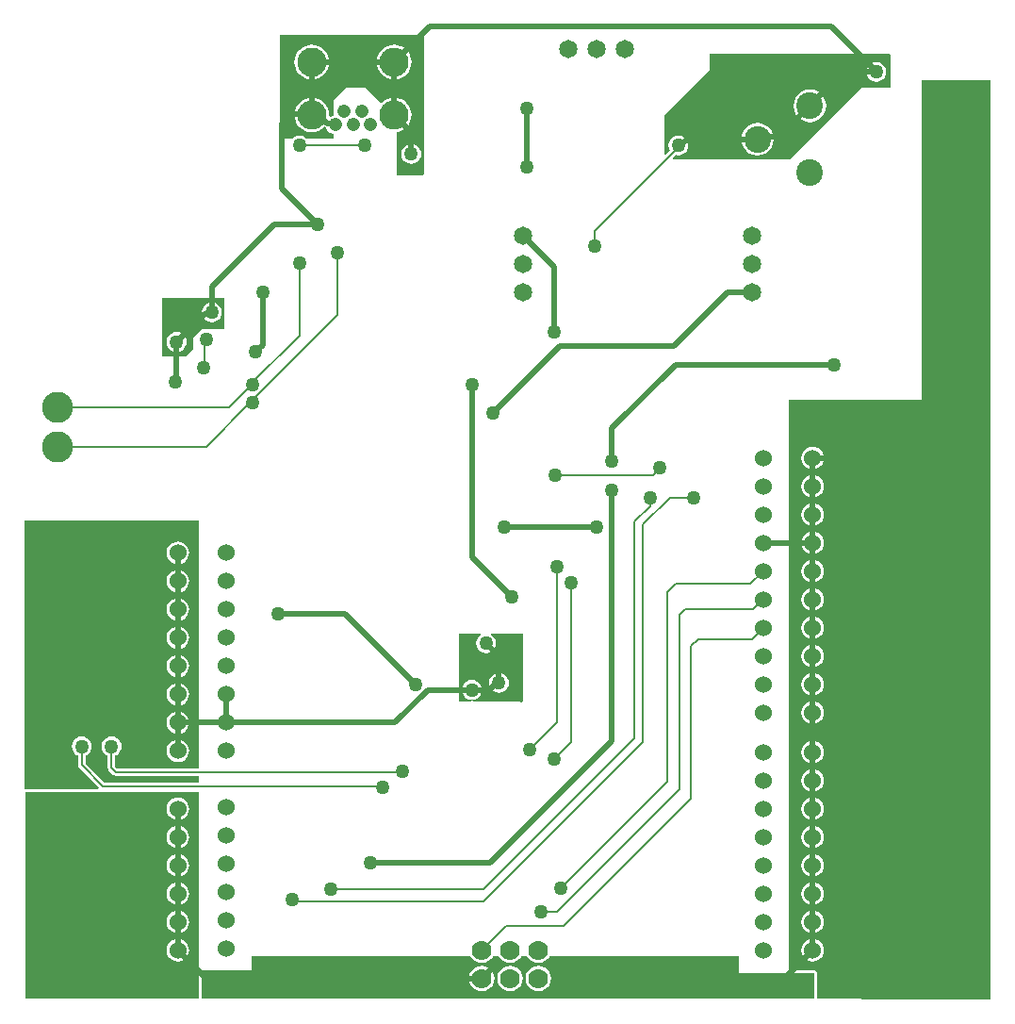
<source format=gbl>
G04*
G04 #@! TF.GenerationSoftware,Altium Limited,Altium Designer,19.1.7 (138)*
G04*
G04 Layer_Physical_Order=2*
G04 Layer_Color=16711680*
%FSLAX25Y25*%
%MOIN*%
G70*
G01*
G75*
%ADD11C,0.00600*%
%ADD17C,0.00000*%
%ADD53C,0.02000*%
%ADD54C,0.06000*%
%ADD55C,0.06496*%
%ADD56C,0.07000*%
%ADD57C,0.11000*%
%ADD58C,0.09449*%
%ADD59C,0.10299*%
%ADD60O,0.10299X0.10299*%
%ADD61C,0.04756*%
%ADD62C,0.05000*%
G36*
X308500Y336000D02*
Y324500D01*
X298500D01*
X273000Y299000D01*
X231778D01*
X231587Y299462D01*
X232700Y300575D01*
X233500Y300470D01*
X234414Y300590D01*
X235265Y300943D01*
X235996Y301504D01*
X236557Y302235D01*
X236910Y303086D01*
X237030Y304000D01*
X236910Y304914D01*
X236557Y305765D01*
X235996Y306496D01*
X235265Y307057D01*
X234414Y307410D01*
X233500Y307530D01*
X232586Y307410D01*
X231735Y307057D01*
X231004Y306496D01*
X230443Y305765D01*
X230090Y304914D01*
X229970Y304000D01*
X230090Y303086D01*
X230443Y302235D01*
X230516Y302140D01*
X228962Y300586D01*
X228500Y300778D01*
Y314666D01*
X229000Y315000D01*
Y315000D01*
X244500Y330500D01*
Y336500D01*
X308000D01*
X308500Y336000D01*
D02*
G37*
G36*
X143500Y294000D02*
X143538Y293962D01*
X143347Y293500D01*
X134000D01*
Y308718D01*
X134205Y308739D01*
X135365Y309090D01*
X136433Y309661D01*
X137370Y310430D01*
X138138Y311366D01*
X138709Y312435D01*
X139061Y313594D01*
X139179Y314799D01*
X139061Y316005D01*
X138709Y317164D01*
X138138Y318232D01*
X137370Y319169D01*
X136433Y319937D01*
X135365Y320508D01*
X134205Y320860D01*
X133000Y320979D01*
X131795Y320860D01*
X130635Y320508D01*
X129567Y319937D01*
X128630Y319169D01*
X128345Y319155D01*
X123000Y324500D01*
X116000D01*
X111500Y320000D01*
Y314580D01*
X111252Y314547D01*
X110492Y314232D01*
X110014Y314438D01*
X110010Y314440D01*
X110046Y314799D01*
X109927Y316005D01*
X109575Y317164D01*
X109004Y318232D01*
X108236Y319169D01*
X107299Y319937D01*
X106231Y320508D01*
X105072Y320860D01*
X103866Y320979D01*
X102661Y320860D01*
X101501Y320508D01*
X100433Y319937D01*
X99497Y319169D01*
X98728Y318232D01*
X98157Y317164D01*
X97806Y316005D01*
X97687Y314799D01*
X97806Y313594D01*
X98157Y312435D01*
X98728Y311366D01*
X99497Y310430D01*
X100433Y309661D01*
X101501Y309090D01*
X102661Y308739D01*
X103866Y308620D01*
X105072Y308739D01*
X106231Y309090D01*
X107299Y309661D01*
X108236Y310430D01*
X108354Y310574D01*
X108835Y310437D01*
X108843Y310374D01*
X109183Y309552D01*
X109725Y308847D01*
X110430Y308305D01*
X111252Y307965D01*
X111500Y307932D01*
Y306500D01*
X101991D01*
X101265Y307057D01*
X100414Y307410D01*
X99500Y307530D01*
X98586Y307410D01*
X97735Y307057D01*
X97009Y306500D01*
X93000D01*
X92500Y307000D01*
Y343000D01*
X143500D01*
Y294000D01*
D02*
G37*
G36*
X73000Y239000D02*
X66729D01*
X66500Y239030D01*
X66271Y239000D01*
X65000D01*
X62000Y236000D01*
Y232000D01*
X59500Y229500D01*
X51000D01*
Y250000D01*
X73000D01*
Y239000D01*
D02*
G37*
G36*
X178500Y107500D02*
X178000Y107000D01*
X177500Y107500D01*
X161177D01*
X160750Y107677D01*
X160729Y108000D01*
X160757Y108004D01*
X161414Y108090D01*
X162265Y108443D01*
X162996Y109004D01*
X163557Y109735D01*
X163910Y110586D01*
X164030Y111500D01*
X163910Y112414D01*
X163557Y113265D01*
X162996Y113996D01*
X162265Y114557D01*
X161414Y114910D01*
X160500Y115030D01*
X159586Y114910D01*
X158735Y114557D01*
X158004Y113996D01*
X157443Y113265D01*
X157090Y112414D01*
X156970Y111500D01*
X157090Y110586D01*
X157443Y109735D01*
X158004Y109004D01*
X158735Y108443D01*
X159586Y108090D01*
X160243Y108004D01*
X160271Y108000D01*
X160249Y107677D01*
X159823Y107500D01*
X156000D01*
Y131500D01*
X163524D01*
X163628Y131283D01*
X163660Y131000D01*
X163004Y130496D01*
X162443Y129765D01*
X162090Y128914D01*
X161970Y128000D01*
X162090Y127086D01*
X162443Y126235D01*
X163004Y125504D01*
X163735Y124943D01*
X164586Y124590D01*
X165500Y124470D01*
X166414Y124590D01*
X167265Y124943D01*
X167996Y125504D01*
X168557Y126235D01*
X168910Y127086D01*
X169030Y128000D01*
X168910Y128914D01*
X168557Y129765D01*
X167996Y130496D01*
X167340Y131000D01*
X167372Y131283D01*
X167476Y131500D01*
X178500D01*
Y107500D01*
D02*
G37*
G36*
X64000Y83825D02*
X35049D01*
X34326Y84549D01*
Y88261D01*
X34765Y88443D01*
X35496Y89004D01*
X36057Y89735D01*
X36410Y90586D01*
X36530Y91500D01*
X36410Y92414D01*
X36057Y93265D01*
X35496Y93996D01*
X34765Y94557D01*
X33914Y94910D01*
X33000Y95030D01*
X32086Y94910D01*
X31235Y94557D01*
X30504Y93996D01*
X29943Y93265D01*
X29590Y92414D01*
X29470Y91500D01*
X29590Y90586D01*
X29943Y89735D01*
X30504Y89004D01*
X31235Y88443D01*
X31675Y88261D01*
Y84000D01*
X31775Y83493D01*
X32063Y83063D01*
X33563Y81563D01*
X33993Y81275D01*
X34500Y81174D01*
X64000D01*
Y78825D01*
X30549D01*
X23825Y85549D01*
Y88261D01*
X24265Y88443D01*
X24996Y89004D01*
X25557Y89735D01*
X25910Y90586D01*
X26030Y91500D01*
X25910Y92414D01*
X25557Y93265D01*
X24996Y93996D01*
X24265Y94557D01*
X23414Y94910D01*
X22500Y95030D01*
X21586Y94910D01*
X20735Y94557D01*
X20004Y93996D01*
X19443Y93265D01*
X19090Y92414D01*
X18970Y91500D01*
X19090Y90586D01*
X19443Y89735D01*
X20004Y89004D01*
X20735Y88443D01*
X21174Y88261D01*
Y85000D01*
X21275Y84493D01*
X21563Y84063D01*
X28612Y77014D01*
X28405Y76514D01*
X2500D01*
X2123Y76823D01*
Y171500D01*
X64000D01*
Y83825D01*
D02*
G37*
G36*
X255000Y11500D02*
X281042D01*
X281500Y11400D01*
Y2500D01*
X65356Y2494D01*
X65002Y2848D01*
Y12500D01*
X82500D01*
Y17500D01*
X159958D01*
X160069Y17231D01*
X160791Y16291D01*
X161731Y15569D01*
X162825Y15116D01*
X164000Y14961D01*
X165175Y15116D01*
X166269Y15569D01*
X167209Y16291D01*
X167931Y17231D01*
X168042Y17500D01*
X169958D01*
X170069Y17231D01*
X170791Y16291D01*
X171731Y15569D01*
X172825Y15116D01*
X174000Y14961D01*
X175175Y15116D01*
X176269Y15569D01*
X177209Y16291D01*
X177931Y17231D01*
X178042Y17500D01*
X179958D01*
X180069Y17231D01*
X180791Y16291D01*
X181731Y15569D01*
X182825Y15116D01*
X184000Y14961D01*
X185175Y15116D01*
X186269Y15569D01*
X187209Y16291D01*
X187931Y17231D01*
X188042Y17500D01*
X255000D01*
Y11500D01*
D02*
G37*
G36*
X63983Y12500D02*
Y2848D01*
Y2494D01*
X2500D01*
Y75494D01*
X63983D01*
Y12500D01*
D02*
G37*
G36*
X344000Y204000D02*
Y2029D01*
X298471D01*
X298000Y2500D01*
X282520D01*
Y11500D01*
X282442Y11890D01*
X282221Y12221D01*
X281890Y12442D01*
X281500Y12520D01*
X272500D01*
Y214000D01*
X319500D01*
Y327000D01*
X344000D01*
Y204000D01*
D02*
G37*
%LPC*%
G36*
X303500Y333530D02*
X302586Y333410D01*
X301735Y333057D01*
X301004Y332496D01*
X300443Y331765D01*
X300090Y330914D01*
X299970Y330000D01*
X300090Y329086D01*
X300443Y328235D01*
X301004Y327504D01*
X301735Y326943D01*
X302586Y326590D01*
X303500Y326470D01*
X304414Y326590D01*
X305265Y326943D01*
X305996Y327504D01*
X306557Y328235D01*
X306910Y329086D01*
X307030Y330000D01*
X306910Y330914D01*
X306557Y331765D01*
X305996Y332496D01*
X305265Y333057D01*
X304414Y333410D01*
X303500Y333530D01*
D02*
G37*
G36*
X280000Y323774D02*
X278506Y323577D01*
X277113Y323000D01*
X275917Y322083D01*
X275000Y320887D01*
X274423Y319494D01*
X274226Y318000D01*
X274423Y316506D01*
X275000Y315113D01*
X275917Y313917D01*
X277113Y313000D01*
X278506Y312423D01*
X280000Y312226D01*
X281494Y312423D01*
X282887Y313000D01*
X284083Y313917D01*
X285000Y315113D01*
X285577Y316506D01*
X285774Y318000D01*
X285577Y319494D01*
X285000Y320887D01*
X284083Y322083D01*
X282887Y323000D01*
X281494Y323577D01*
X280000Y323774D01*
D02*
G37*
G36*
X261496Y311994D02*
X260002Y311797D01*
X258609Y311221D01*
X257413Y310303D01*
X256496Y309107D01*
X255919Y307715D01*
X255722Y306221D01*
X255919Y304726D01*
X256496Y303334D01*
X257413Y302138D01*
X258609Y301220D01*
X260002Y300643D01*
X261496Y300447D01*
X262990Y300643D01*
X264383Y301220D01*
X265579Y302138D01*
X266496Y303334D01*
X267073Y304726D01*
X267270Y306221D01*
X267073Y307715D01*
X266496Y309107D01*
X265579Y310303D01*
X264383Y311221D01*
X262990Y311797D01*
X261496Y311994D01*
D02*
G37*
G36*
X133000Y339679D02*
X131795Y339561D01*
X130635Y339209D01*
X129567Y338638D01*
X128630Y337870D01*
X127862Y336933D01*
X127291Y335865D01*
X126939Y334705D01*
X126821Y333500D01*
X126939Y332295D01*
X127291Y331135D01*
X127862Y330067D01*
X128630Y329131D01*
X129567Y328362D01*
X130635Y327791D01*
X131795Y327439D01*
X133000Y327321D01*
X134205Y327439D01*
X135365Y327791D01*
X136433Y328362D01*
X137370Y329131D01*
X138138Y330067D01*
X138709Y331135D01*
X139061Y332295D01*
X139179Y333500D01*
X139061Y334705D01*
X138709Y335865D01*
X138138Y336933D01*
X137370Y337870D01*
X136433Y338638D01*
X135365Y339209D01*
X134205Y339561D01*
X133000Y339679D01*
D02*
G37*
G36*
X103866D02*
X102661Y339561D01*
X101501Y339209D01*
X100433Y338638D01*
X99497Y337870D01*
X98728Y336933D01*
X98157Y335865D01*
X97806Y334705D01*
X97687Y333500D01*
X97806Y332295D01*
X98157Y331135D01*
X98728Y330067D01*
X99497Y329131D01*
X100433Y328362D01*
X101501Y327791D01*
X102661Y327439D01*
X103866Y327321D01*
X105072Y327439D01*
X106231Y327791D01*
X107299Y328362D01*
X108236Y329131D01*
X109004Y330067D01*
X109575Y331135D01*
X109927Y332295D01*
X110046Y333500D01*
X109927Y334705D01*
X109575Y335865D01*
X109004Y336933D01*
X108236Y337870D01*
X107299Y338638D01*
X106231Y339209D01*
X105072Y339561D01*
X103866Y339679D01*
D02*
G37*
G36*
X139000Y304530D02*
X138086Y304410D01*
X137235Y304057D01*
X136504Y303496D01*
X135943Y302765D01*
X135590Y301914D01*
X135470Y301000D01*
X135590Y300086D01*
X135943Y299235D01*
X136504Y298504D01*
X137235Y297943D01*
X138086Y297590D01*
X139000Y297470D01*
X139914Y297590D01*
X140765Y297943D01*
X141496Y298504D01*
X142057Y299235D01*
X142410Y300086D01*
X142530Y301000D01*
X142410Y301914D01*
X142057Y302765D01*
X141496Y303496D01*
X140765Y304057D01*
X139914Y304410D01*
X139000Y304530D01*
D02*
G37*
G36*
X68500Y248530D02*
X67586Y248410D01*
X66735Y248057D01*
X66004Y247496D01*
X65443Y246765D01*
X65090Y245914D01*
X64970Y245000D01*
X65090Y244086D01*
X65443Y243235D01*
X66004Y242504D01*
X66735Y241943D01*
X67586Y241590D01*
X68500Y241470D01*
X69414Y241590D01*
X70265Y241943D01*
X70996Y242504D01*
X71557Y243235D01*
X71910Y244086D01*
X72030Y245000D01*
X71910Y245914D01*
X71557Y246765D01*
X70996Y247496D01*
X70265Y248057D01*
X69414Y248410D01*
X68500Y248530D01*
D02*
G37*
G36*
X56000Y238030D02*
X55086Y237910D01*
X54235Y237557D01*
X53504Y236996D01*
X52943Y236265D01*
X52590Y235414D01*
X52470Y234500D01*
X52590Y233586D01*
X52943Y232735D01*
X53504Y232004D01*
X54235Y231443D01*
X55086Y231090D01*
X56000Y230970D01*
X56914Y231090D01*
X57765Y231443D01*
X58496Y232004D01*
X59057Y232735D01*
X59410Y233586D01*
X59530Y234500D01*
X59410Y235414D01*
X59057Y236265D01*
X58496Y236996D01*
X57765Y237557D01*
X56914Y237910D01*
X56000Y238030D01*
D02*
G37*
G36*
X170000Y117530D02*
X169086Y117410D01*
X168235Y117057D01*
X167504Y116496D01*
X166943Y115765D01*
X166590Y114914D01*
X166470Y114000D01*
X166590Y113086D01*
X166943Y112235D01*
X167504Y111504D01*
X168235Y110943D01*
X169086Y110590D01*
X170000Y110470D01*
X170914Y110590D01*
X171765Y110943D01*
X172496Y111504D01*
X173057Y112235D01*
X173410Y113086D01*
X173530Y114000D01*
X173410Y114914D01*
X173057Y115765D01*
X172496Y116496D01*
X171765Y117057D01*
X170914Y117410D01*
X170000Y117530D01*
D02*
G37*
G36*
X56500Y164034D02*
X55456Y163897D01*
X54483Y163494D01*
X53647Y162853D01*
X53006Y162017D01*
X52603Y161044D01*
X52465Y160000D01*
X52603Y158956D01*
X53006Y157983D01*
X53647Y157147D01*
X54483Y156506D01*
X55456Y156103D01*
X56500Y155965D01*
X57544Y156103D01*
X58517Y156506D01*
X59353Y157147D01*
X59994Y157983D01*
X60397Y158956D01*
X60535Y160000D01*
X60397Y161044D01*
X59994Y162017D01*
X59353Y162853D01*
X58517Y163494D01*
X57544Y163897D01*
X56500Y164034D01*
D02*
G37*
G36*
Y154034D02*
X55456Y153897D01*
X54483Y153494D01*
X53647Y152853D01*
X53006Y152017D01*
X52603Y151044D01*
X52465Y150000D01*
X52603Y148956D01*
X53006Y147983D01*
X53647Y147147D01*
X54483Y146506D01*
X55456Y146103D01*
X56500Y145966D01*
X57544Y146103D01*
X58517Y146506D01*
X59353Y147147D01*
X59994Y147983D01*
X60397Y148956D01*
X60535Y150000D01*
X60397Y151044D01*
X59994Y152017D01*
X59353Y152853D01*
X58517Y153494D01*
X57544Y153897D01*
X56500Y154034D01*
D02*
G37*
G36*
Y144035D02*
X55456Y143897D01*
X54483Y143494D01*
X53647Y142853D01*
X53006Y142017D01*
X52603Y141044D01*
X52465Y140000D01*
X52603Y138956D01*
X53006Y137983D01*
X53647Y137147D01*
X54483Y136506D01*
X55456Y136103D01*
X56500Y135966D01*
X57544Y136103D01*
X58517Y136506D01*
X59353Y137147D01*
X59994Y137983D01*
X60397Y138956D01*
X60535Y140000D01*
X60397Y141044D01*
X59994Y142017D01*
X59353Y142853D01*
X58517Y143494D01*
X57544Y143897D01*
X56500Y144035D01*
D02*
G37*
G36*
Y134035D02*
X55456Y133897D01*
X54483Y133494D01*
X53647Y132853D01*
X53006Y132017D01*
X52603Y131044D01*
X52465Y130000D01*
X52603Y128956D01*
X53006Y127983D01*
X53647Y127147D01*
X54483Y126506D01*
X55456Y126103D01*
X56500Y125965D01*
X57544Y126103D01*
X58517Y126506D01*
X59353Y127147D01*
X59994Y127983D01*
X60397Y128956D01*
X60535Y130000D01*
X60397Y131044D01*
X59994Y132017D01*
X59353Y132853D01*
X58517Y133494D01*
X57544Y133897D01*
X56500Y134035D01*
D02*
G37*
G36*
Y124035D02*
X55456Y123897D01*
X54483Y123494D01*
X53647Y122853D01*
X53006Y122017D01*
X52603Y121044D01*
X52465Y120000D01*
X52603Y118956D01*
X53006Y117983D01*
X53647Y117147D01*
X54483Y116506D01*
X55456Y116103D01*
X56500Y115965D01*
X57544Y116103D01*
X58517Y116506D01*
X59353Y117147D01*
X59994Y117983D01*
X60397Y118956D01*
X60535Y120000D01*
X60397Y121044D01*
X59994Y122017D01*
X59353Y122853D01*
X58517Y123494D01*
X57544Y123897D01*
X56500Y124035D01*
D02*
G37*
G36*
Y114034D02*
X55456Y113897D01*
X54483Y113494D01*
X53647Y112853D01*
X53006Y112017D01*
X52603Y111044D01*
X52465Y110000D01*
X52603Y108956D01*
X53006Y107983D01*
X53647Y107147D01*
X54483Y106506D01*
X55456Y106103D01*
X56500Y105965D01*
X57544Y106103D01*
X58517Y106506D01*
X59353Y107147D01*
X59994Y107983D01*
X60397Y108956D01*
X60535Y110000D01*
X60397Y111044D01*
X59994Y112017D01*
X59353Y112853D01*
X58517Y113494D01*
X57544Y113897D01*
X56500Y114034D01*
D02*
G37*
G36*
Y104034D02*
X55456Y103897D01*
X54483Y103494D01*
X53647Y102853D01*
X53006Y102017D01*
X52603Y101044D01*
X52465Y100000D01*
X52603Y98956D01*
X53006Y97983D01*
X53647Y97147D01*
X54483Y96506D01*
X55456Y96103D01*
X56500Y95965D01*
X57544Y96103D01*
X58517Y96506D01*
X59353Y97147D01*
X59994Y97983D01*
X60397Y98956D01*
X60535Y100000D01*
X60397Y101044D01*
X59994Y102017D01*
X59353Y102853D01*
X58517Y103494D01*
X57544Y103897D01*
X56500Y104034D01*
D02*
G37*
G36*
Y94034D02*
X55456Y93897D01*
X54483Y93494D01*
X53647Y92853D01*
X53006Y92017D01*
X52603Y91044D01*
X52465Y90000D01*
X52603Y88956D01*
X53006Y87983D01*
X53647Y87147D01*
X54483Y86506D01*
X55456Y86103D01*
X56500Y85966D01*
X57544Y86103D01*
X58517Y86506D01*
X59353Y87147D01*
X59994Y87983D01*
X60397Y88956D01*
X60535Y90000D01*
X60397Y91044D01*
X59994Y92017D01*
X59353Y92853D01*
X58517Y93494D01*
X57544Y93897D01*
X56500Y94034D01*
D02*
G37*
G36*
X184000Y14039D02*
X182825Y13884D01*
X181731Y13431D01*
X180791Y12709D01*
X180069Y11769D01*
X179616Y10675D01*
X179461Y9500D01*
X179616Y8325D01*
X180069Y7231D01*
X180791Y6291D01*
X181731Y5569D01*
X182825Y5116D01*
X184000Y4961D01*
X185175Y5116D01*
X186269Y5569D01*
X187209Y6291D01*
X187931Y7231D01*
X188384Y8325D01*
X188539Y9500D01*
X188384Y10675D01*
X187931Y11769D01*
X187209Y12709D01*
X186269Y13431D01*
X185175Y13884D01*
X184000Y14039D01*
D02*
G37*
G36*
X174000D02*
X172825Y13884D01*
X171731Y13431D01*
X170791Y12709D01*
X170069Y11769D01*
X169616Y10675D01*
X169461Y9500D01*
X169616Y8325D01*
X170069Y7231D01*
X170791Y6291D01*
X171731Y5569D01*
X172825Y5116D01*
X174000Y4961D01*
X175175Y5116D01*
X176269Y5569D01*
X177209Y6291D01*
X177931Y7231D01*
X178384Y8325D01*
X178539Y9500D01*
X178384Y10675D01*
X177931Y11769D01*
X177209Y12709D01*
X176269Y13431D01*
X175175Y13884D01*
X174000Y14039D01*
D02*
G37*
G36*
X164000D02*
X162825Y13884D01*
X161731Y13431D01*
X160791Y12709D01*
X160069Y11769D01*
X159616Y10675D01*
X159461Y9500D01*
X159616Y8325D01*
X160069Y7231D01*
X160791Y6291D01*
X161731Y5569D01*
X162825Y5116D01*
X164000Y4961D01*
X165175Y5116D01*
X166269Y5569D01*
X167209Y6291D01*
X167931Y7231D01*
X168384Y8325D01*
X168539Y9500D01*
X168384Y10675D01*
X167931Y11769D01*
X167209Y12709D01*
X166269Y13431D01*
X165175Y13884D01*
X164000Y14039D01*
D02*
G37*
G36*
X56500Y73535D02*
X55456Y73397D01*
X54483Y72994D01*
X53647Y72353D01*
X53006Y71517D01*
X52603Y70544D01*
X52465Y69500D01*
X52603Y68456D01*
X53006Y67483D01*
X53647Y66647D01*
X54483Y66006D01*
X55456Y65603D01*
X56500Y65465D01*
X57544Y65603D01*
X58517Y66006D01*
X59353Y66647D01*
X59994Y67483D01*
X60397Y68456D01*
X60535Y69500D01*
X60397Y70544D01*
X59994Y71517D01*
X59353Y72353D01*
X58517Y72994D01*
X57544Y73397D01*
X56500Y73535D01*
D02*
G37*
G36*
Y63534D02*
X55456Y63397D01*
X54483Y62994D01*
X53647Y62353D01*
X53006Y61517D01*
X52603Y60544D01*
X52465Y59500D01*
X52603Y58456D01*
X53006Y57483D01*
X53647Y56647D01*
X54483Y56006D01*
X55456Y55603D01*
X56500Y55466D01*
X57544Y55603D01*
X58517Y56006D01*
X59353Y56647D01*
X59994Y57483D01*
X60397Y58456D01*
X60535Y59500D01*
X60397Y60544D01*
X59994Y61517D01*
X59353Y62353D01*
X58517Y62994D01*
X57544Y63397D01*
X56500Y63534D01*
D02*
G37*
G36*
Y53535D02*
X55456Y53397D01*
X54483Y52994D01*
X53647Y52353D01*
X53006Y51517D01*
X52603Y50544D01*
X52465Y49500D01*
X52603Y48456D01*
X53006Y47483D01*
X53647Y46647D01*
X54483Y46006D01*
X55456Y45603D01*
X56500Y45465D01*
X57544Y45603D01*
X58517Y46006D01*
X59353Y46647D01*
X59994Y47483D01*
X60397Y48456D01*
X60535Y49500D01*
X60397Y50544D01*
X59994Y51517D01*
X59353Y52353D01*
X58517Y52994D01*
X57544Y53397D01*
X56500Y53535D01*
D02*
G37*
G36*
Y43534D02*
X55456Y43397D01*
X54483Y42994D01*
X53647Y42353D01*
X53006Y41517D01*
X52603Y40544D01*
X52465Y39500D01*
X52603Y38456D01*
X53006Y37483D01*
X53647Y36647D01*
X54483Y36006D01*
X55456Y35603D01*
X56500Y35465D01*
X57544Y35603D01*
X58517Y36006D01*
X59353Y36647D01*
X59994Y37483D01*
X60397Y38456D01*
X60535Y39500D01*
X60397Y40544D01*
X59994Y41517D01*
X59353Y42353D01*
X58517Y42994D01*
X57544Y43397D01*
X56500Y43534D01*
D02*
G37*
G36*
Y33535D02*
X55456Y33397D01*
X54483Y32994D01*
X53647Y32353D01*
X53006Y31517D01*
X52603Y30544D01*
X52465Y29500D01*
X52603Y28456D01*
X53006Y27483D01*
X53647Y26647D01*
X54483Y26006D01*
X55456Y25603D01*
X56500Y25466D01*
X57544Y25603D01*
X58517Y26006D01*
X59353Y26647D01*
X59994Y27483D01*
X60397Y28456D01*
X60535Y29500D01*
X60397Y30544D01*
X59994Y31517D01*
X59353Y32353D01*
X58517Y32994D01*
X57544Y33397D01*
X56500Y33535D01*
D02*
G37*
G36*
Y23535D02*
X55456Y23397D01*
X54483Y22994D01*
X53647Y22353D01*
X53006Y21517D01*
X52603Y20544D01*
X52465Y19500D01*
X52603Y18456D01*
X53006Y17483D01*
X53647Y16647D01*
X54483Y16006D01*
X55456Y15603D01*
X56500Y15465D01*
X57544Y15603D01*
X58517Y16006D01*
X59353Y16647D01*
X59994Y17483D01*
X60397Y18456D01*
X60535Y19500D01*
X60397Y20544D01*
X59994Y21517D01*
X59353Y22353D01*
X58517Y22994D01*
X57544Y23397D01*
X56500Y23535D01*
D02*
G37*
G36*
X281000Y197535D02*
X279956Y197397D01*
X278983Y196994D01*
X278147Y196353D01*
X277506Y195517D01*
X277103Y194544D01*
X276965Y193500D01*
X277103Y192456D01*
X277506Y191483D01*
X278147Y190647D01*
X278983Y190006D01*
X279956Y189603D01*
X281000Y189465D01*
X282044Y189603D01*
X283017Y190006D01*
X283853Y190647D01*
X284494Y191483D01*
X284897Y192456D01*
X285034Y193500D01*
X284897Y194544D01*
X284494Y195517D01*
X283853Y196353D01*
X283017Y196994D01*
X282044Y197397D01*
X281000Y197535D01*
D02*
G37*
G36*
Y187534D02*
X279956Y187397D01*
X278983Y186994D01*
X278147Y186353D01*
X277506Y185517D01*
X277103Y184544D01*
X276965Y183500D01*
X277103Y182456D01*
X277506Y181483D01*
X278147Y180647D01*
X278983Y180006D01*
X279956Y179603D01*
X281000Y179465D01*
X282044Y179603D01*
X283017Y180006D01*
X283853Y180647D01*
X284494Y181483D01*
X284897Y182456D01*
X285034Y183500D01*
X284897Y184544D01*
X284494Y185517D01*
X283853Y186353D01*
X283017Y186994D01*
X282044Y187397D01*
X281000Y187534D01*
D02*
G37*
G36*
Y177534D02*
X279956Y177397D01*
X278983Y176994D01*
X278147Y176353D01*
X277506Y175517D01*
X277103Y174544D01*
X276965Y173500D01*
X277103Y172456D01*
X277506Y171483D01*
X278147Y170647D01*
X278983Y170006D01*
X279956Y169603D01*
X281000Y169465D01*
X282044Y169603D01*
X283017Y170006D01*
X283853Y170647D01*
X284494Y171483D01*
X284897Y172456D01*
X285034Y173500D01*
X284897Y174544D01*
X284494Y175517D01*
X283853Y176353D01*
X283017Y176994D01*
X282044Y177397D01*
X281000Y177534D01*
D02*
G37*
G36*
Y167534D02*
X279956Y167397D01*
X278983Y166994D01*
X278147Y166353D01*
X277506Y165517D01*
X277103Y164544D01*
X276965Y163500D01*
X277103Y162456D01*
X277506Y161483D01*
X278147Y160647D01*
X278983Y160006D01*
X279956Y159603D01*
X281000Y159466D01*
X282044Y159603D01*
X283017Y160006D01*
X283853Y160647D01*
X284494Y161483D01*
X284897Y162456D01*
X285034Y163500D01*
X284897Y164544D01*
X284494Y165517D01*
X283853Y166353D01*
X283017Y166994D01*
X282044Y167397D01*
X281000Y167534D01*
D02*
G37*
G36*
Y157535D02*
X279956Y157397D01*
X278983Y156994D01*
X278147Y156353D01*
X277506Y155517D01*
X277103Y154544D01*
X276965Y153500D01*
X277103Y152456D01*
X277506Y151483D01*
X278147Y150647D01*
X278983Y150006D01*
X279956Y149603D01*
X281000Y149466D01*
X282044Y149603D01*
X283017Y150006D01*
X283853Y150647D01*
X284494Y151483D01*
X284897Y152456D01*
X285034Y153500D01*
X284897Y154544D01*
X284494Y155517D01*
X283853Y156353D01*
X283017Y156994D01*
X282044Y157397D01*
X281000Y157535D01*
D02*
G37*
G36*
Y147535D02*
X279956Y147397D01*
X278983Y146994D01*
X278147Y146353D01*
X277506Y145517D01*
X277103Y144544D01*
X276965Y143500D01*
X277103Y142456D01*
X277506Y141483D01*
X278147Y140647D01*
X278983Y140006D01*
X279956Y139603D01*
X281000Y139465D01*
X282044Y139603D01*
X283017Y140006D01*
X283853Y140647D01*
X284494Y141483D01*
X284897Y142456D01*
X285034Y143500D01*
X284897Y144544D01*
X284494Y145517D01*
X283853Y146353D01*
X283017Y146994D01*
X282044Y147397D01*
X281000Y147535D01*
D02*
G37*
G36*
Y137534D02*
X279956Y137397D01*
X278983Y136994D01*
X278147Y136353D01*
X277506Y135517D01*
X277103Y134544D01*
X276965Y133500D01*
X277103Y132456D01*
X277506Y131483D01*
X278147Y130647D01*
X278983Y130006D01*
X279956Y129603D01*
X281000Y129465D01*
X282044Y129603D01*
X283017Y130006D01*
X283853Y130647D01*
X284494Y131483D01*
X284897Y132456D01*
X285034Y133500D01*
X284897Y134544D01*
X284494Y135517D01*
X283853Y136353D01*
X283017Y136994D01*
X282044Y137397D01*
X281000Y137534D01*
D02*
G37*
G36*
Y127534D02*
X279956Y127397D01*
X278983Y126994D01*
X278147Y126353D01*
X277506Y125517D01*
X277103Y124544D01*
X276965Y123500D01*
X277103Y122456D01*
X277506Y121483D01*
X278147Y120647D01*
X278983Y120006D01*
X279956Y119603D01*
X281000Y119465D01*
X282044Y119603D01*
X283017Y120006D01*
X283853Y120647D01*
X284494Y121483D01*
X284897Y122456D01*
X285034Y123500D01*
X284897Y124544D01*
X284494Y125517D01*
X283853Y126353D01*
X283017Y126994D01*
X282044Y127397D01*
X281000Y127534D01*
D02*
G37*
G36*
Y117534D02*
X279956Y117397D01*
X278983Y116994D01*
X278147Y116353D01*
X277506Y115517D01*
X277103Y114544D01*
X276965Y113500D01*
X277103Y112456D01*
X277506Y111483D01*
X278147Y110647D01*
X278983Y110006D01*
X279956Y109603D01*
X281000Y109466D01*
X282044Y109603D01*
X283017Y110006D01*
X283853Y110647D01*
X284494Y111483D01*
X284897Y112456D01*
X285034Y113500D01*
X284897Y114544D01*
X284494Y115517D01*
X283853Y116353D01*
X283017Y116994D01*
X282044Y117397D01*
X281000Y117534D01*
D02*
G37*
G36*
Y107535D02*
X279956Y107397D01*
X278983Y106994D01*
X278147Y106353D01*
X277506Y105517D01*
X277103Y104544D01*
X276965Y103500D01*
X277103Y102456D01*
X277506Y101483D01*
X278147Y100647D01*
X278983Y100006D01*
X279956Y99603D01*
X281000Y99466D01*
X282044Y99603D01*
X283017Y100006D01*
X283853Y100647D01*
X284494Y101483D01*
X284897Y102456D01*
X285034Y103500D01*
X284897Y104544D01*
X284494Y105517D01*
X283853Y106353D01*
X283017Y106994D01*
X282044Y107397D01*
X281000Y107535D01*
D02*
G37*
G36*
Y93534D02*
X279956Y93397D01*
X278983Y92994D01*
X278147Y92353D01*
X277506Y91517D01*
X277103Y90544D01*
X276965Y89500D01*
X277103Y88456D01*
X277506Y87483D01*
X278147Y86647D01*
X278983Y86006D01*
X279956Y85603D01*
X281000Y85466D01*
X282044Y85603D01*
X283017Y86006D01*
X283853Y86647D01*
X284494Y87483D01*
X284897Y88456D01*
X285034Y89500D01*
X284897Y90544D01*
X284494Y91517D01*
X283853Y92353D01*
X283017Y92994D01*
X282044Y93397D01*
X281000Y93534D01*
D02*
G37*
G36*
Y83534D02*
X279956Y83397D01*
X278983Y82994D01*
X278147Y82353D01*
X277506Y81517D01*
X277103Y80544D01*
X276965Y79500D01*
X277103Y78456D01*
X277506Y77483D01*
X278147Y76647D01*
X278983Y76006D01*
X279956Y75603D01*
X281000Y75466D01*
X282044Y75603D01*
X283017Y76006D01*
X283853Y76647D01*
X284494Y77483D01*
X284897Y78456D01*
X285034Y79500D01*
X284897Y80544D01*
X284494Y81517D01*
X283853Y82353D01*
X283017Y82994D01*
X282044Y83397D01*
X281000Y83534D01*
D02*
G37*
G36*
Y73535D02*
X279956Y73397D01*
X278983Y72994D01*
X278147Y72353D01*
X277506Y71517D01*
X277103Y70544D01*
X276965Y69500D01*
X277103Y68456D01*
X277506Y67483D01*
X278147Y66647D01*
X278983Y66006D01*
X279956Y65603D01*
X281000Y65465D01*
X282044Y65603D01*
X283017Y66006D01*
X283853Y66647D01*
X284494Y67483D01*
X284897Y68456D01*
X285034Y69500D01*
X284897Y70544D01*
X284494Y71517D01*
X283853Y72353D01*
X283017Y72994D01*
X282044Y73397D01*
X281000Y73535D01*
D02*
G37*
G36*
Y63534D02*
X279956Y63397D01*
X278983Y62994D01*
X278147Y62353D01*
X277506Y61517D01*
X277103Y60544D01*
X276965Y59500D01*
X277103Y58456D01*
X277506Y57483D01*
X278147Y56647D01*
X278983Y56006D01*
X279956Y55603D01*
X281000Y55466D01*
X282044Y55603D01*
X283017Y56006D01*
X283853Y56647D01*
X284494Y57483D01*
X284897Y58456D01*
X285034Y59500D01*
X284897Y60544D01*
X284494Y61517D01*
X283853Y62353D01*
X283017Y62994D01*
X282044Y63397D01*
X281000Y63534D01*
D02*
G37*
G36*
Y53535D02*
X279956Y53397D01*
X278983Y52994D01*
X278147Y52353D01*
X277506Y51517D01*
X277103Y50544D01*
X276965Y49500D01*
X277103Y48456D01*
X277506Y47483D01*
X278147Y46647D01*
X278983Y46006D01*
X279956Y45603D01*
X281000Y45465D01*
X282044Y45603D01*
X283017Y46006D01*
X283853Y46647D01*
X284494Y47483D01*
X284897Y48456D01*
X285034Y49500D01*
X284897Y50544D01*
X284494Y51517D01*
X283853Y52353D01*
X283017Y52994D01*
X282044Y53397D01*
X281000Y53535D01*
D02*
G37*
G36*
Y43534D02*
X279956Y43397D01*
X278983Y42994D01*
X278147Y42353D01*
X277506Y41517D01*
X277103Y40544D01*
X276965Y39500D01*
X277103Y38456D01*
X277506Y37483D01*
X278147Y36647D01*
X278983Y36006D01*
X279956Y35603D01*
X281000Y35465D01*
X282044Y35603D01*
X283017Y36006D01*
X283853Y36647D01*
X284494Y37483D01*
X284897Y38456D01*
X285034Y39500D01*
X284897Y40544D01*
X284494Y41517D01*
X283853Y42353D01*
X283017Y42994D01*
X282044Y43397D01*
X281000Y43534D01*
D02*
G37*
G36*
Y33535D02*
X279956Y33397D01*
X278983Y32994D01*
X278147Y32353D01*
X277506Y31517D01*
X277103Y30544D01*
X276965Y29500D01*
X277103Y28456D01*
X277506Y27483D01*
X278147Y26647D01*
X278983Y26006D01*
X279956Y25603D01*
X281000Y25466D01*
X282044Y25603D01*
X283017Y26006D01*
X283853Y26647D01*
X284494Y27483D01*
X284897Y28456D01*
X285034Y29500D01*
X284897Y30544D01*
X284494Y31517D01*
X283853Y32353D01*
X283017Y32994D01*
X282044Y33397D01*
X281000Y33535D01*
D02*
G37*
G36*
Y23535D02*
X279956Y23397D01*
X278983Y22994D01*
X278147Y22353D01*
X277506Y21517D01*
X277103Y20544D01*
X276965Y19500D01*
X277103Y18456D01*
X277506Y17483D01*
X278147Y16647D01*
X278983Y16006D01*
X279956Y15603D01*
X281000Y15465D01*
X282044Y15603D01*
X283017Y16006D01*
X283853Y16647D01*
X284494Y17483D01*
X284897Y18456D01*
X285034Y19500D01*
X284897Y20544D01*
X284494Y21517D01*
X283853Y22353D01*
X283017Y22994D01*
X282044Y23397D01*
X281000Y23535D01*
D02*
G37*
%LPD*%
D11*
X224500Y187500D02*
X227000Y190000D01*
X190000Y187500D02*
X224500D01*
X223500Y176500D02*
Y179500D01*
X218000Y171000D02*
X223500Y176500D01*
X230500Y179500D02*
X239000D01*
X221000Y170000D02*
X230500Y179500D01*
X218000Y94500D02*
Y171000D01*
X189500Y87000D02*
X195500Y93000D01*
X181000Y90500D02*
X190500Y100000D01*
Y155000D01*
X195500Y93000D02*
Y149500D01*
X221000Y93000D02*
Y170000D01*
X164658Y36658D02*
X221000Y93000D01*
X164500Y41000D02*
X218000Y94500D01*
X97842Y36658D02*
X164658D01*
X110500Y41000D02*
X164500D01*
X97000Y37500D02*
X97842Y36658D01*
X260000Y140000D02*
X263500Y143500D01*
X236000Y140000D02*
X260000D01*
X259500Y129500D02*
X263500Y133500D01*
X240500Y129500D02*
X259500D01*
X238000Y127000D02*
X240500Y129500D01*
X234000Y138000D02*
X236000Y140000D01*
X259000Y149000D02*
X263500Y153500D01*
X232500Y149000D02*
X259000D01*
X229500Y146000D02*
X232500Y149000D01*
X30000Y77500D02*
X128500D01*
X129000Y77000D01*
X34500Y82500D02*
X135500D01*
X135750Y82750D01*
X33000Y84000D02*
X34500Y82500D01*
X33000Y84000D02*
Y91500D01*
X22500Y85000D02*
X30000Y77500D01*
X22500Y85000D02*
Y91500D01*
X238000Y73000D02*
Y127000D01*
X193000Y28000D02*
X238000Y73000D01*
X234000Y76500D02*
Y138000D01*
X190500Y33000D02*
X234000Y76500D01*
X229500Y79000D02*
Y146000D01*
X192000Y41500D02*
X229500Y79000D01*
X185000Y33000D02*
X190500D01*
X172500Y28000D02*
X193000D01*
X164000Y19500D02*
X172500Y28000D01*
X113000Y244000D02*
Y266000D01*
X82950Y213950D02*
X113000Y244000D01*
X66000Y235000D02*
X66500Y235500D01*
X82250Y219500D02*
X83000D01*
X82500D02*
X83000D01*
X66000Y226000D02*
Y235000D01*
X65500Y225500D02*
X66000Y226000D01*
X74500Y211500D02*
X82500Y219500D01*
X82000Y219250D02*
X99500Y236750D01*
X82950Y213000D02*
Y213950D01*
X82000Y213000D02*
X82950D01*
X66500Y197500D02*
X82000Y213000D01*
X14000Y197500D02*
X66500D01*
X99500Y236750D02*
Y262500D01*
X14000Y211500D02*
X74500D01*
X204000Y273750D02*
X233500Y303250D01*
X204000Y268500D02*
Y273750D01*
X233500Y303250D02*
Y304000D01*
X99500D02*
X122500D01*
D17*
X102291Y329760D02*
Y337240D01*
X105441D01*
Y329760D02*
Y337240D01*
X102291Y329760D02*
X105441D01*
X131425Y311059D02*
Y318539D01*
X134575D01*
Y311059D02*
Y318539D01*
X131425Y311059D02*
X134575D01*
X131425Y329760D02*
Y337240D01*
X134575D01*
Y329760D02*
Y337240D01*
X131425Y329760D02*
X134575D01*
X102291Y311059D02*
Y318539D01*
X105441D01*
Y311059D02*
Y318539D01*
X102291Y311059D02*
X105441D01*
D53*
X68500Y254000D02*
X90500Y276000D01*
X68500Y245000D02*
Y254000D01*
X165500Y128000D02*
X170000Y123500D01*
Y114000D02*
Y123500D01*
X169188Y114000D02*
X170000D01*
X166688Y111500D02*
X169188Y114000D01*
X160500Y111500D02*
X166688D01*
X144864D02*
X160500D01*
X55500Y220500D02*
X55750Y220750D01*
Y234250D01*
X56000Y234500D01*
X67926Y244426D02*
X68500Y245000D01*
X65926Y244426D02*
X67926D01*
X56000Y234500D02*
X65926Y244426D01*
X96500Y315000D02*
X103665D01*
X103866Y314799D01*
X93352Y311852D02*
X96500Y315000D01*
X93352Y288649D02*
Y311852D01*
X139000Y301000D02*
Y308799D01*
X133000Y314799D02*
X139000Y308799D01*
X133000Y314799D02*
Y314799D01*
Y333500D02*
X145500Y346000D01*
X133000Y333500D02*
Y333500D01*
X103866Y333500D02*
X133000D01*
Y314799D02*
Y333500D01*
X111607Y311783D02*
X112134Y311256D01*
X109128Y311783D02*
X111607D01*
X106112Y314799D02*
X109128Y311783D01*
X103866Y314799D02*
X106112D01*
X103866D02*
Y333500D01*
X145500Y346000D02*
X287500D01*
X303500Y330000D01*
X292000D02*
X303500D01*
X280000Y318000D02*
X292000Y330000D01*
X262496Y307221D02*
X269220D01*
X261496Y306221D02*
X262496Y307221D01*
X269220D02*
X280000Y318000D01*
X233500Y304000D02*
X234312D01*
X236532Y306221D01*
X261496D01*
X56500Y100000D02*
X73500D01*
X56500Y150000D02*
Y160000D01*
Y140000D02*
Y150000D01*
Y130000D02*
Y140000D01*
Y120000D02*
Y130000D01*
Y110000D02*
Y120000D01*
Y100000D02*
Y110000D01*
Y90000D02*
Y100000D01*
Y59500D02*
Y69500D01*
Y49500D02*
Y59500D01*
Y39500D02*
Y49500D01*
Y29500D02*
Y39500D01*
Y19500D02*
Y29500D01*
Y19500D02*
X66500Y9500D01*
X263500Y163500D02*
X281000D01*
X327500Y211000D02*
Y228152D01*
X327326Y228326D02*
X327500Y228152D01*
X310000Y193500D02*
X327500Y211000D01*
X281000Y193500D02*
X310000D01*
X327326Y228326D02*
Y229138D01*
X329000Y230812D01*
Y273000D01*
X328750Y273250D02*
X329000Y273000D01*
X328750Y273250D02*
Y318250D01*
X328500Y318500D02*
X328750Y318250D01*
X281000Y183500D02*
Y193500D01*
Y173500D02*
Y183500D01*
Y163500D02*
Y173500D01*
Y153500D02*
Y163500D01*
Y143500D02*
Y153500D01*
Y133500D02*
Y143500D01*
Y123500D02*
Y133500D01*
Y113500D02*
Y123500D01*
Y103500D02*
Y113500D01*
Y89500D02*
Y103500D01*
Y79500D02*
Y89500D01*
Y69500D02*
Y79500D01*
Y59500D02*
Y69500D01*
Y49500D02*
Y59500D01*
Y39500D02*
Y49500D01*
Y29500D02*
Y39500D01*
Y19500D02*
Y29500D01*
X71000Y9500D02*
X164000D01*
X66500D02*
X71000D01*
Y6000D02*
Y9500D01*
Y6000D02*
X73000Y4000D01*
X265500D01*
X281000Y19500D01*
X164000Y9500D02*
X168500Y14000D01*
X67500Y6500D02*
X68000Y6000D01*
X210000Y93500D02*
Y182000D01*
Y192500D02*
Y204000D01*
X232500Y226500D01*
X167000Y50500D02*
X210000Y93500D01*
X232000Y233000D02*
X251000Y252000D01*
X191500Y233000D02*
X232000D01*
X168000Y209500D02*
X191500Y233000D01*
X73500Y100000D02*
X133364D01*
X144864Y111500D01*
X115500Y138500D02*
X140500Y113500D01*
X92000Y138500D02*
X115500D01*
X172000Y169000D02*
X204500D01*
X232500Y226500D02*
X288500D01*
X124500Y50500D02*
X167000D01*
X72500Y150000D02*
X73500D01*
Y100000D02*
Y110000D01*
X160500Y158500D02*
X174500Y144500D01*
X160500Y158500D02*
Y219500D01*
X84000Y231000D02*
X86500Y233500D01*
Y252000D01*
X189500Y238000D02*
Y261000D01*
X178500Y272000D02*
X189500Y261000D01*
X251000Y252000D02*
X259500D01*
X90500Y276000D02*
X106000D01*
X93352Y288649D02*
X106000Y276000D01*
X180000Y296500D02*
Y317000D01*
D54*
X281000Y193500D02*
D03*
Y183500D02*
D03*
Y173500D02*
D03*
Y163500D02*
D03*
Y153500D02*
D03*
Y143500D02*
D03*
Y133500D02*
D03*
Y123500D02*
D03*
Y113500D02*
D03*
Y103500D02*
D03*
X263500D02*
D03*
Y113500D02*
D03*
Y123500D02*
D03*
Y133500D02*
D03*
Y143500D02*
D03*
Y153500D02*
D03*
Y163500D02*
D03*
Y173500D02*
D03*
Y183500D02*
D03*
Y193500D02*
D03*
X56500Y69500D02*
D03*
Y59500D02*
D03*
Y49500D02*
D03*
Y39500D02*
D03*
Y29500D02*
D03*
Y19500D02*
D03*
Y160000D02*
D03*
Y150000D02*
D03*
Y140000D02*
D03*
Y130000D02*
D03*
Y120000D02*
D03*
Y110000D02*
D03*
Y100000D02*
D03*
Y90000D02*
D03*
X73500D02*
D03*
Y100000D02*
D03*
Y110000D02*
D03*
Y120000D02*
D03*
Y130000D02*
D03*
Y140000D02*
D03*
Y150000D02*
D03*
Y160000D02*
D03*
X263500Y89500D02*
D03*
Y79500D02*
D03*
Y69500D02*
D03*
Y59500D02*
D03*
Y49500D02*
D03*
Y39500D02*
D03*
Y29500D02*
D03*
Y19500D02*
D03*
X73500Y70000D02*
D03*
Y60000D02*
D03*
Y50000D02*
D03*
Y40000D02*
D03*
Y30000D02*
D03*
Y20000D02*
D03*
X281000Y89500D02*
D03*
Y79500D02*
D03*
Y69500D02*
D03*
Y59500D02*
D03*
Y49500D02*
D03*
Y39500D02*
D03*
Y29500D02*
D03*
Y19500D02*
D03*
D55*
X178500Y272000D02*
D03*
Y262000D02*
D03*
Y252000D02*
D03*
X259500D02*
D03*
Y262000D02*
D03*
Y272000D02*
D03*
X214500Y338000D02*
D03*
X204500D02*
D03*
X194500D02*
D03*
D56*
X184000Y19500D02*
D03*
Y9500D02*
D03*
X174000Y19500D02*
D03*
Y9500D02*
D03*
X164000Y19500D02*
D03*
Y9500D02*
D03*
D57*
X14000Y197500D02*
D03*
Y211500D02*
D03*
D58*
X261496Y306221D02*
D03*
X280000Y318000D02*
D03*
Y294500D02*
D03*
D59*
X103866Y333500D02*
D03*
D60*
Y314799D02*
D03*
X133000D02*
D03*
Y333500D02*
D03*
D61*
X115284Y315980D02*
D03*
X121583D02*
D03*
X112134Y311256D02*
D03*
X118433D02*
D03*
X124732D02*
D03*
D62*
X328500Y318500D02*
D03*
X329000Y273000D02*
D03*
X327326Y228326D02*
D03*
X210000Y182000D02*
D03*
Y192500D02*
D03*
X227000Y190000D02*
D03*
X190000Y187500D02*
D03*
X223500Y179500D02*
D03*
X239000D02*
D03*
X168000Y209500D02*
D03*
X92000Y138500D02*
D03*
X288500Y226500D02*
D03*
X181000Y90500D02*
D03*
X190500Y155000D02*
D03*
X195500Y149500D02*
D03*
X189500Y87000D02*
D03*
X204500Y169000D02*
D03*
X172000D02*
D03*
X124500Y50500D02*
D03*
X97000Y37500D02*
D03*
X110500Y41000D02*
D03*
X135750Y82750D02*
D03*
X129000Y77000D02*
D03*
X22500Y91500D02*
D03*
X33000D02*
D03*
X185000Y33000D02*
D03*
X192000Y41500D02*
D03*
X140500Y113500D02*
D03*
X174500Y144500D02*
D03*
X160500Y219500D02*
D03*
X170000Y114000D02*
D03*
X165500Y128000D02*
D03*
X160500Y111500D02*
D03*
X66500Y235500D02*
D03*
X55500Y220500D02*
D03*
X84000Y231000D02*
D03*
X83000Y219500D02*
D03*
X82950Y213000D02*
D03*
X65500Y225500D02*
D03*
X99500Y262500D02*
D03*
X189500Y238000D02*
D03*
X113000Y266000D02*
D03*
X86500Y252000D02*
D03*
X56000Y234500D02*
D03*
X68500Y245000D02*
D03*
X139000Y301000D02*
D03*
X180000Y317000D02*
D03*
Y296500D02*
D03*
X106000Y276000D02*
D03*
X204000Y268500D02*
D03*
X303500Y330000D02*
D03*
X233500Y304000D02*
D03*
X99500D02*
D03*
X122500D02*
D03*
M02*

</source>
